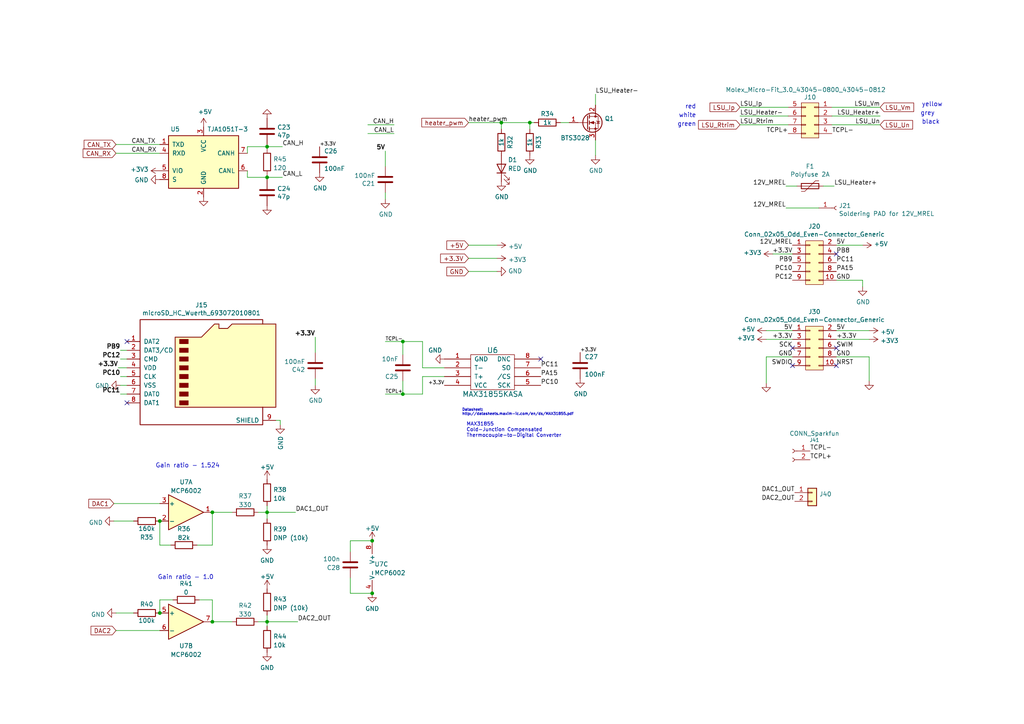
<source format=kicad_sch>
(kicad_sch (version 20211123) (generator eeschema)
  (paper "A4")
  (title_block (title "MRE addon board V2- WBO2 & EGT & SD Card") (date "2023-01-31") (rev "V2.5") (company "by JRD McLAREN") (comment 1 "STM32F072CBT6"))
  (lib_symbols
    (symbol "Amplifier_Operational:MCP6002-xMS" (pin_names (offset 0.127))
      (property "Reference" "U" (at 0 5.08 0))
      (property "Value" "MCP6002-xMS" (at 0 -5.08 0))
      (symbol "MCP6002-xMS_1_1"
        (polyline (pts (xy -5.08 5.08) (xy 5.08 0) (xy -5.08 -5.08) (xy -5.08 5.08)) (stroke (width 0.254)) (fill (type background)))
        (pin output line (at 7.62 0 180) (length 2.54) (name "~") (number "1"))
        (pin input line (at -7.62 -2.54 0) (length 2.54) (name "-") (number "2"))
        (pin input line (at -7.62 2.54 0) (length 2.54) (name "+") (number "3"))
      )
      (symbol "MCP6002-xMS_2_1"
        (polyline (pts (xy -5.08 5.08) (xy 5.08 0) (xy -5.08 -5.08) (xy -5.08 5.08)) (stroke (width 0.254)) (fill (type background)))
        (pin input line (at -7.62 2.54 0) (length 2.54) (name "+") (number "5"))
        (pin input line (at -7.62 -2.54 0) (length 2.54) (name "-") (number "6"))
        (pin output line (at 7.62 0 180) (length 2.54) (name "~") (number "7"))
      )
      (symbol "MCP6002-xMS_3_1"
        (pin power_in line (at -2.54 -7.62 90) (length 3.81) (name "V-") (number "4"))
        (pin power_in line (at -2.54 7.62 270) (length 3.81) (name "V+") (number "8"))
      )
    )
    (symbol "Connector:Conn_01x01_Female" (pin_names (offset 1.016) hide)
      (property "Reference" "J" (at 0 2.54 0))
      (property "Value" "Conn_01x01_Female" (at 0 -2.54 0))
      (symbol "Conn_01x01_Female_1_1"
        (polyline (pts (xy -1.27 0) (xy -0.508 0)) (stroke (width 0.1524)))
        (arc (start 0 0.508) (mid -0.508 0) (end 0 -0.508) (stroke (width 0.1524)))
        (pin passive line (at -5.08 0 0) (length 3.81) (name "Pin_1") (number "1"))
      )
    )
    (symbol "Connector:Conn_01x02_Female" (pin_names (offset 1.016) hide)
      (property "Reference" "J" (at 0 2.54 0))
      (property "Value" "Conn_01x02_Female" (at 0 -5.08 0))
      (symbol "Conn_01x02_Female_1_1"
        (arc (start 0 -2.032) (mid -0.508 -2.54) (end 0 -3.048) (stroke (width 0.1524)))
        (polyline (pts (xy -1.27 -2.54) (xy -0.508 -2.54)) (stroke (width 0.1524)))
        (polyline (pts (xy -1.27 0) (xy -0.508 0)) (stroke (width 0.1524)))
        (arc (start 0 0.508) (mid -0.508 0) (end 0 -0.508) (stroke (width 0.1524)))
        (pin passive line (at -5.08 0 0) (length 3.81) (name "Pin_1") (number "1"))
        (pin passive line (at -5.08 -2.54 0) (length 3.81) (name "Pin_2") (number "2"))
      )
    )
    (symbol "Connector_Generic:Conn_01x02" (pin_names (offset 1.016) hide)
      (property "Reference" "J" (at 0 2.54 0))
      (property "Value" "Conn_01x02" (at 0 -5.08 0))
      (symbol "Conn_01x02_1_1"
        (rectangle (start -1.27 -2.413) (end 0 -2.667) (stroke (width 0.1524)))
        (rectangle (start -1.27 0.127) (end 0 -0.127) (stroke (width 0.1524)))
        (rectangle (start -1.27 1.27) (end 1.27 -3.81) (stroke (width 0.254)) (fill (type background)))
        (pin passive line (at -5.08 0 0) (length 3.81) (name "Pin_1") (number "1"))
        (pin passive line (at -5.08 -2.54 0) (length 3.81) (name "Pin_2") (number "2"))
      )
    )
    (symbol "Device:C" (pin_numbers hide) (pin_names (offset 0.254))
      (property "Reference" "C" (at 0.635 2.54 0))
      (property "Value" "C" (at 0.635 -2.54 0))
      (symbol "C_0_1"
        (polyline (pts (xy -2.032 -0.762) (xy 2.032 -0.762)) (stroke (width 0.508)))
        (polyline (pts (xy -2.032 0.762) (xy 2.032 0.762)) (stroke (width 0.508)))
      )
      (symbol "C_1_1"
        (pin passive line (at 0 3.81 270) (length 2.794) (name "~") (number "1"))
        (pin passive line (at 0 -3.81 90) (length 2.794) (name "~") (number "2"))
      )
    )
    (symbol "Device:LED" (pin_numbers hide) (pin_names (offset 1.016) hide)
      (property "Reference" "D" (at 0 2.54 0))
      (property "Value" "LED" (at 0 -2.54 0))
      (symbol "LED_0_1"
        (polyline (pts (xy -1.27 -1.27) (xy -1.27 1.27)) (stroke (width 0.254)))
        (polyline (pts (xy -1.27 0) (xy 1.27 0)))
        (polyline (pts (xy 1.27 -1.27) (xy 1.27 1.27) (xy -1.27 0) (xy 1.27 -1.27)) (stroke (width 0.254)))
        (polyline (pts (xy -3.048 -0.762) (xy -4.572 -2.286) (xy -3.81 -2.286) (xy -4.572 -2.286) (xy -4.572 -1.524)))
        (polyline (pts (xy -1.778 -0.762) (xy -3.302 -2.286) (xy -2.54 -2.286) (xy -3.302 -2.286) (xy -3.302 -1.524)))
      )
      (symbol "LED_1_1"
        (pin passive line (at -3.81 0 0) (length 2.54) (name "K") (number "1"))
        (pin passive line (at 3.81 0 180) (length 2.54) (name "A") (number "2"))
      )
    )
    (symbol "Device:Polyfuse" (pin_numbers hide) (pin_names (offset 0))
      (property "Reference" "F" (at -2.54 0 90))
      (property "Value" "Polyfuse" (at 2.54 0 90))
      (symbol "Polyfuse_0_1"
        (rectangle (start -0.762 2.54) (end 0.762 -2.54) (stroke (width 0.254)))
        (polyline (pts (xy 0 2.54) (xy 0 -2.54)))
        (polyline (pts (xy -1.524 2.54) (xy -1.524 1.524) (xy 1.524 -1.524) (xy 1.524 -2.54)))
      )
      (symbol "Polyfuse_1_1"
        (pin passive line (at 0 3.81 270) (length 1.27) (name "~") (number "1"))
        (pin passive line (at 0 -3.81 90) (length 1.27) (name "~") (number "2"))
      )
    )
    (symbol "Device:Q_NMOS_GDS" (pin_names (offset 0) hide)
      (property "Reference" "Q" (at 5.08 1.27 0))
      (property "Value" "Q_NMOS_GDS" (at 5.08 -1.27 0))
      (symbol "Q_NMOS_GDS_0_1"
        (polyline (pts (xy 0.254 0) (xy -2.54 0)))
        (polyline (pts (xy 0.254 1.905) (xy 0.254 -1.905)) (stroke (width 0.254)))
        (polyline (pts (xy 0.762 -1.27) (xy 0.762 -2.286)) (stroke (width 0.254)))
        (polyline (pts (xy 0.762 0.508) (xy 0.762 -0.508)) (stroke (width 0.254)))
        (polyline (pts (xy 0.762 2.286) (xy 0.762 1.27)) (stroke (width 0.254)))
        (polyline (pts (xy 2.54 2.54) (xy 2.54 1.778)))
        (polyline (pts (xy 2.54 -2.54) (xy 2.54 0) (xy 0.762 0)))
        (polyline (pts (xy 0.762 -1.778) (xy 3.302 -1.778) (xy 3.302 1.778) (xy 0.762 1.778)))
        (polyline (pts (xy 1.016 0) (xy 2.032 0.381) (xy 2.032 -0.381) (xy 1.016 0)) (fill (type outline)))
        (polyline (pts (xy 2.794 0.508) (xy 2.921 0.381) (xy 3.683 0.381) (xy 3.81 0.254)))
        (polyline (pts (xy 3.302 0.381) (xy 2.921 -0.254) (xy 3.683 -0.254) (xy 3.302 0.381)))
        (circle (center 1.651 0) (radius 2.794) (stroke (width 0.254)))
        (circle (center 2.54 -1.778) (radius 0.254) (fill (type outline)))
        (circle (center 2.54 1.778) (radius 0.254) (fill (type outline)))
      )
      (symbol "Q_NMOS_GDS_1_1"
        (pin input line (at -5.08 0 0) (length 2.54) (name "G") (number "1"))
        (pin passive line (at 2.54 5.08 270) (length 2.54) (name "D") (number "2"))
        (pin passive line (at 2.54 -5.08 90) (length 2.54) (name "S") (number "3"))
      )
    )
    (symbol "Device:R" (pin_numbers hide) (pin_names (offset 0))
      (property "Reference" "R" (at 2.032 0 90))
      (property "Value" "R" (at 0 0 90))
      (symbol "R_0_1"
        (rectangle (start -1.016 -2.54) (end 1.016 2.54) (stroke (width 0.254)))
      )
      (symbol "R_1_1"
        (pin passive line (at 0 3.81 270) (length 1.27) (name "~") (number "1"))
        (pin passive line (at 0 -3.81 90) (length 1.27) (name "~") (number "2"))
      )
    )
    (symbol "mre_addon_v2-rescue:+3.3V-Power" (power) (pin_names (offset 0))
      (property "Value" "+3.3V-Power" (at 0 3.556 0))
      (symbol "+3.3V-Power_0_1"
        (polyline (pts (xy -0.762 1.27) (xy 0 2.54)))
        (polyline (pts (xy 0 0) (xy 0 2.54)))
        (polyline (pts (xy 0 2.54) (xy 0.762 1.27)))
      )
      (symbol "+3.3V-Power_1_1"
        (pin power_in line (at 0 0 90) (length 0) hide (name "+3V3") (number "1"))
      )
    )
    (symbol "mre_addon_v2-rescue:+5V-Power" (power) (pin_names (offset 0))
      (property "Value" "+5V-Power" (at 0 3.556 0))
      (symbol "+5V-Power_0_1"
        (polyline (pts (xy -0.762 1.27) (xy 0 2.54)))
        (polyline (pts (xy 0 0) (xy 0 2.54)))
        (polyline (pts (xy 0 2.54) (xy 0.762 1.27)))
      )
      (symbol "+5V-Power_1_1"
        (pin power_in line (at 0 0 90) (length 0) hide (name "+5V") (number "1"))
      )
    )
    (symbol "mre_addon_v2-rescue:C-Device-micro_rusEFI-rescue-wideband_controller_mre-rescue" (pin_numbers hide) (pin_names (offset 0.254))
      (property "Reference" "C" (at 0.635 2.54 0))
      (property "Value" "C-Device-micro_rusEFI-rescue-wideband_controller_mre-rescue" (at 0.635 -2.54 0))
      (symbol "C-Device-micro_rusEFI-rescue-wideband_controller_mre-rescue_0_1"
        (polyline (pts (xy -2.032 -0.762) (xy 2.032 -0.762)) (stroke (width 0.508)))
        (polyline (pts (xy -2.032 0.762) (xy 2.032 0.762)) (stroke (width 0.508)))
      )
      (symbol "C-Device-micro_rusEFI-rescue-wideband_controller_mre-rescue_1_1"
        (pin passive line (at 0 3.81 270) (length 2.794) (name "~") (number "1"))
        (pin passive line (at 0 -3.81 90) (length 2.794) (name "~") (number "2"))
      )
    )
    (symbol "mre_addon_v2-rescue:Conn_02x05_Odd_Even-Connector_Generic-wideband_controller_mre-rescue-wideband_controller_mre-rescue" (pin_names (offset 1.016) hide)
      (property "Reference" "J" (at 1.27 10.16 0))
      (property "Value" "Conn_02x05_Odd_Even-Connector_Generic-wideband_controller_mre-rescue-wideband_controller_mre-rescue" (at 1.27 -6.35 0))
      (symbol "Conn_02x05_Odd_Even-Connector_Generic-wideband_controller_mre-rescue-wideband_controller_mre-rescue_0_1"
        (polyline (pts (xy -1.27 8.89) (xy -1.27 -3.81) (xy 3.81 -3.81) (xy 3.81 8.89) (xy -1.27 8.89)) (fill (type background)))
      )
      (symbol "Conn_02x05_Odd_Even-Connector_Generic-wideband_controller_mre-rescue-wideband_controller_mre-rescue_1_1"
        (rectangle (start -1.27 -2.413) (end 0 -2.667) (stroke (width 0.1524)))
        (rectangle (start -1.27 0.127) (end 0 -0.127) (stroke (width 0.1524)))
        (rectangle (start -1.27 2.667) (end 0 2.413) (stroke (width 0.1524)))
        (rectangle (start -1.27 5.207) (end 0 4.953) (stroke (width 0.1524)))
        (rectangle (start -1.27 7.747) (end 0 7.493) (stroke (width 0.1524)))
        (rectangle (start 3.81 -2.413) (end 2.54 -2.667) (stroke (width 0.1524)))
        (rectangle (start 3.81 0.127) (end 2.54 -0.127) (stroke (width 0.1524)))
        (rectangle (start 3.81 2.667) (end 2.54 2.413) (stroke (width 0.1524)))
        (rectangle (start 3.81 5.207) (end 2.54 4.953) (stroke (width 0.1524)))
        (rectangle (start 3.81 7.747) (end 2.54 7.493) (stroke (width 0.1524)))
        (pin passive line (at -5.08 7.62 0) (length 3.81) (name "Pin_1") (number "1"))
        (pin passive line (at 7.62 -2.54 180) (length 3.81) (name "Pin_10") (number "10"))
        (pin passive line (at 7.62 7.62 180) (length 3.81) (name "Pin_2") (number "2"))
        (pin passive line (at -5.08 5.08 0) (length 3.81) (name "Pin_3") (number "3"))
        (pin passive line (at 7.62 5.08 180) (length 3.81) (name "Pin_4") (number "4"))
        (pin passive line (at -5.08 2.54 0) (length 3.81) (name "Pin_5") (number "5"))
        (pin passive line (at 7.62 2.54 180) (length 3.81) (name "Pin_6") (number "6"))
        (pin passive line (at -5.08 0 0) (length 3.81) (name "Pin_7") (number "7"))
        (pin passive line (at 7.62 0 180) (length 3.81) (name "Pin_8") (number "8"))
        (pin passive line (at -5.08 -2.54 0) (length 3.81) (name "Pin_9") (number "9"))
      )
    )
    (symbol "mre_addon_v2-rescue:Conn_Molex_02x04-wideband_controller_mre-rescue-wideband_controller_mre-rescue" (pin_names (offset 1.016) hide)
      (property "Reference" "J" (at 1.27 12.7 0))
      (property "Value" "Conn_Molex_02x04-wideband_controller_mre-rescue-wideband_controller_mre-rescue" (at 0 -1.27 0))
      (symbol "Conn_Molex_02x04-wideband_controller_mre-rescue-wideband_controller_mre-rescue_0_1"
        (rectangle (start -1.27 11.43) (end 3.81 1.27) (fill (type background)))
      )
      (symbol "Conn_Molex_02x04-wideband_controller_mre-rescue-wideband_controller_mre-rescue_1_1"
        (rectangle (start -1.27 2.667) (end 0 2.413) (stroke (width 0.1524)))
        (rectangle (start -1.27 5.207) (end 0 4.953) (stroke (width 0.1524)))
        (rectangle (start -1.27 7.747) (end 0 7.493) (stroke (width 0.1524)))
        (rectangle (start -1.27 10.287) (end 0 10.033) (stroke (width 0.1524)))
        (rectangle (start 3.81 2.667) (end 2.54 2.413) (stroke (width 0.1524)))
        (rectangle (start 3.81 5.207) (end 2.54 4.953) (stroke (width 0.1524)))
        (rectangle (start 3.81 7.747) (end 2.54 7.493) (stroke (width 0.1524)))
        (rectangle (start 3.81 10.287) (end 2.54 10.033) (stroke (width 0.1524)))
        (pin passive line (at 7.62 10.16 180) (length 3.81) (name "Pin_1") (number "1"))
        (pin passive line (at 7.62 7.62 180) (length 3.81) (name "Pin_2") (number "2"))
        (pin passive line (at 7.62 5.08 180) (length 3.81) (name "Pin_3") (number "3"))
        (pin passive line (at 7.62 2.54 180) (length 3.81) (name "Pin_4") (number "4"))
        (pin passive line (at -5.08 10.16 0) (length 3.81) (name "Pin_5") (number "5"))
        (pin passive line (at -5.08 7.62 0) (length 3.81) (name "Pin_6") (number "6"))
        (pin passive line (at -5.08 5.08 0) (length 3.81) (name "Pin_7") (number "7"))
        (pin passive line (at -5.08 2.54 0) (length 3.81) (name "Pin_8") (number "8"))
      )
    )
    (symbol "mre_addon_v2-rescue:GND-Power" (power) (pin_names (offset 0))
      (property "Value" "GND-Power" (at 0 -3.81 0))
      (symbol "GND-Power_0_1"
        (polyline (pts (xy 0 0) (xy 0 -1.27) (xy 1.27 -1.27) (xy 0 -2.54) (xy -1.27 -1.27) (xy 0 -1.27)))
      )
      (symbol "GND-Power_1_1"
        (pin power_in line (at 0 0 270) (length 0) hide (name "GND") (number "1"))
      )
    )
    (symbol "mre_addon_v2-rescue:GND-power-can_conn_mre_wbo2-rescue-wideband_controller_mre-rescue" (power) (pin_names (offset 0))
      (property "Value" "GND-power-can_conn_mre_wbo2-rescue-wideband_controller_mre-rescue" (at 0 -3.81 0))
      (symbol "GND-power-can_conn_mre_wbo2-rescue-wideband_controller_mre-rescue_0_1"
        (polyline (pts (xy 0 0) (xy 0 -1.27) (xy 1.27 -1.27) (xy 0 -2.54) (xy -1.27 -1.27) (xy 0 -1.27)))
      )
      (symbol "GND-power-can_conn_mre_wbo2-rescue-wideband_controller_mre-rescue_1_1"
        (pin power_in line (at 0 0 270) (length 0) hide (name "GND") (number "1"))
      )
    )
    (symbol "mre_addon_v2-rescue:GND-power-micro_rusEFI-rescue-wideband_controller_mre-rescue" (power) (pin_names (offset 0))
      (property "Value" "GND-power-micro_rusEFI-rescue-wideband_controller_mre-rescue" (at 0 -3.81 0))
      (symbol "GND-power-micro_rusEFI-rescue-wideband_controller_mre-rescue_0_1"
        (polyline (pts (xy 0 0) (xy 0 -1.27) (xy 1.27 -1.27) (xy 0 -2.54) (xy -1.27 -1.27) (xy 0 -1.27)))
      )
      (symbol "GND-power-micro_rusEFI-rescue-wideband_controller_mre-rescue_1_1"
        (pin power_in line (at 0 0 270) (length 0) hide (name "GND") (number "1"))
      )
    )
    (symbol "mre_addon_v2-rescue:GND-power-proteus-rescue-micro_rusEFI-rescue-wideband_controller_mre-rescue" (power) (pin_names (offset 0))
      (property "Value" "GND-power-proteus-rescue-micro_rusEFI-rescue-wideband_controller_mre-rescue" (at 0 -3.81 0))
      (symbol "GND-power-proteus-rescue-micro_rusEFI-rescue-wideband_controller_mre-rescue_0_1"
        (polyline (pts (xy 0 0) (xy 0 -1.27) (xy 1.27 -1.27) (xy 0 -2.54) (xy -1.27 -1.27) (xy 0 -1.27)))
      )
      (symbol "GND-power-proteus-rescue-micro_rusEFI-rescue-wideband_controller_mre-rescue_1_1"
        (pin power_in line (at 0 0 270) (length 0) hide (name "GND") (number "1"))
      )
    )
    (symbol "mre_addon_v2-rescue:GND-power-wideband_controller_mre-rescue-wideband_controller_mre-rescue" (power) (pin_names (offset 0))
      (property "Value" "GND-power-wideband_controller_mre-rescue-wideband_controller_mre-rescue" (at 0 -3.81 0))
      (symbol "GND-power-wideband_controller_mre-rescue-wideband_controller_mre-rescue_0_1"
        (polyline (pts (xy 0 0) (xy 0 -1.27) (xy 1.27 -1.27) (xy 0 -2.54) (xy -1.27 -1.27) (xy 0 -1.27)))
      )
      (symbol "GND-power-wideband_controller_mre-rescue-wideband_controller_mre-rescue_1_1"
        (pin power_in line (at 0 0 270) (length 0) hide (name "GND") (number "1"))
      )
    )
    (symbol "mre_addon_v2-rescue:MAX31855-MAX31855KASA" (pin_names (offset 1.016))
      (property "Reference" "U" (at 0 6.35 0))
      (property "Value" "MAX31855-MAX31855KASA" (at 0 -7.62 0))
      (symbol "MAX31855-MAX31855KASA_0_1"
        (rectangle (start 6.35 5.08) (end -6.35 -5.08))
      )
      (symbol "MAX31855-MAX31855KASA_1_1"
        (pin passive line (at -13.97 3.81 0) (length 7.62) (name "GND") (number "1"))
        (pin bidirectional line (at -13.97 1.27 0) (length 7.62) (name "T-") (number "2"))
        (pin bidirectional line (at -13.97 -1.27 0) (length 7.62) (name "T+") (number "3"))
        (pin passive line (at -13.97 -3.81 0) (length 7.62) (name "VCC") (number "4"))
        (pin bidirectional line (at 13.97 -3.81 180) (length 7.62) (name "SCK") (number "5"))
        (pin bidirectional line (at 13.97 -1.27 180) (length 7.62) (name "/CS") (number "6"))
        (pin bidirectional line (at 13.97 1.27 180) (length 7.62) (name "SO") (number "7"))
        (pin bidirectional line (at 13.97 3.81 180) (length 7.62) (name "DNC") (number "8"))
      )
    )
    (symbol "mre_addon_v2-rescue:Micro_SD_Card-Connector-proteus-rescue-micro_rusEFI-rescue-wideband_controller_mre-rescue" (pin_names (offset 1.016))
      (property "Reference" "J" (at -16.51 15.24 0))
      (property "Value" "Micro_SD_Card-Connector-proteus-rescue-micro_rusEFI-rescue-wideband_controller_mre-rescue" (at 16.51 15.24 0))
      (symbol "Micro_SD_Card-Connector-proteus-rescue-micro_rusEFI-rescue-wideband_controller_mre-rescue_0_1"
        (rectangle (start -7.62 -9.525) (end -5.08 -10.795) (fill (type outline)))
        (rectangle (start -7.62 -6.985) (end -5.08 -8.255) (fill (type outline)))
        (rectangle (start -7.62 -4.445) (end -5.08 -5.715) (fill (type outline)))
        (rectangle (start -7.62 -1.905) (end -5.08 -3.175) (fill (type outline)))
        (rectangle (start -7.62 0.635) (end -5.08 -0.635) (fill (type outline)))
        (rectangle (start -7.62 3.175) (end -5.08 1.905) (fill (type outline)))
        (rectangle (start -7.62 5.715) (end -5.08 4.445) (fill (type outline)))
        (rectangle (start -7.62 8.255) (end -5.08 6.985) (fill (type outline)))
        (polyline (pts (xy 16.51 12.7) (xy 16.51 13.97) (xy -19.05 13.97) (xy -19.05 -16.51) (xy 16.51 -16.51) (xy 16.51 -11.43)) (stroke (width 0.254)))
        (polyline (pts (xy -8.89 -11.43) (xy -8.89 8.89) (xy -1.27 8.89) (xy 2.54 12.7) (xy 3.81 12.7) (xy 3.81 11.43) (xy 6.35 11.43) (xy 7.62 12.7) (xy 20.32 12.7) (xy 20.32 -11.43) (xy -8.89 -11.43)) (stroke (width 0.254)) (fill (type background)))
      )
      (symbol "Micro_SD_Card-Connector-proteus-rescue-micro_rusEFI-rescue-wideband_controller_mre-rescue_1_1"
        (pin bidirectional line (at -22.86 7.62 0) (length 3.81) (name "DAT2") (number "1"))
        (pin bidirectional line (at -22.86 5.08 0) (length 3.81) (name "DAT3/CD") (number "2"))
        (pin input line (at -22.86 2.54 0) (length 3.81) (name "CMD") (number "3"))
        (pin power_in line (at -22.86 0 0) (length 3.81) (name "VDD") (number "4"))
        (pin input line (at -22.86 -2.54 0) (length 3.81) (name "CLK") (number "5"))
        (pin power_in line (at -22.86 -5.08 0) (length 3.81) (name "VSS") (number "6"))
        (pin bidirectional line (at -22.86 -7.62 0) (length 3.81) (name "DAT0") (number "7"))
        (pin bidirectional line (at -22.86 -10.16 0) (length 3.81) (name "DAT1") (number "8"))
        (pin passive line (at 20.32 -15.24 180) (length 3.81) (name "SHIELD") (number "9"))
      )
    )
    (symbol "mre_addon_v2-rescue:TJA1051T-3-Interface_CAN_LIN-can_conn_mre_wbo2-rescue-wideband_controller_mre-rescue" (pin_names (offset 1.016))
      (property "Reference" "U" (at -10.16 8.89 0))
      (property "Value" "TJA1051T-3-Interface_CAN_LIN-can_conn_mre_wbo2-rescue-wideband_controller_mre-rescue" (at 1.27 8.89 0))
      (symbol "TJA1051T-3-Interface_CAN_LIN-can_conn_mre_wbo2-rescue-wideband_controller_mre-rescue_0_1"
        (rectangle (start -10.16 7.62) (end 10.16 -7.62) (stroke (width 0.254)) (fill (type background)))
      )
      (symbol "TJA1051T-3-Interface_CAN_LIN-can_conn_mre_wbo2-rescue-wideband_controller_mre-rescue_1_1"
        (pin input line (at -12.7 5.08 0) (length 2.54) (name "TXD") (number "1"))
        (pin power_in line (at 0 -10.16 90) (length 2.54) (name "GND") (number "2"))
        (pin power_in line (at 0 10.16 270) (length 2.54) (name "VCC") (number "3"))
        (pin output line (at -12.7 2.54 0) (length 2.54) (name "RXD") (number "4"))
        (pin power_in line (at -12.7 -2.54 0) (length 2.54) (name "VIO") (number "5"))
        (pin bidirectional line (at 12.7 -2.54 180) (length 2.54) (name "CANL") (number "6"))
        (pin bidirectional line (at 12.7 2.54 180) (length 2.54) (name "CANH") (number "7"))
        (pin input line (at -12.7 -5.08 0) (length 2.54) (name "S") (number "8"))
      )
    )
    (symbol "power:+5V" (power) (pin_names (offset 0))
      (property "Value" "+5V" (at 0 3.556 0))
      (symbol "+5V_0_1"
        (polyline (pts (xy -0.762 1.27) (xy 0 2.54)))
        (polyline (pts (xy 0 0) (xy 0 2.54)))
        (polyline (pts (xy 0 2.54) (xy 0.762 1.27)))
      )
      (symbol "+5V_1_1"
        (pin power_in line (at 0 0 90) (length 0) hide (name "+5V") (number "1"))
      )
    )
    (symbol "power:GND" (power) (pin_names (offset 0))
      (property "Value" "GND" (at 0 -3.81 0))
      (symbol "GND_0_1"
        (polyline (pts (xy 0 0) (xy 0 -1.27) (xy 1.27 -1.27) (xy 0 -2.54) (xy -1.27 -1.27) (xy 0 -1.27)))
      )
      (symbol "GND_1_1"
        (pin power_in line (at 0 0 270) (length 0) hide (name "GND") (number "1"))
      )
    )
  )
  (junction (at 116.84 114.3))
  (junction (at 46.355 177.8))
  (junction (at 107.95 156.845))
  (junction (at 77.47 180.34))
  (junction (at 107.95 172.085))
  (junction (at 77.47 42.545))
  (junction (at 153.67 35.56))
  (junction (at 46.355 151.13))
  (junction (at 61.595 180.34))
  (junction (at 116.84 99.06))
  (junction (at 145.415 35.56))
  (junction (at 77.47 51.435))
  (junction (at 61.595 148.59))
  (junction (at 77.47 148.59))
  (no_connect (at 156.845 104.14))
  (no_connect (at 242.57 73.66))
  (no_connect (at 229.87 106.045))
  (no_connect (at 242.57 100.965))
  (no_connect (at 229.87 100.965))
  (no_connect (at 36.83 116.84))
  (no_connect (at 36.83 99.06))
  (no_connect (at 242.57 106.045))
  (wire (pts (xy 46.355 173.99) (xy 50.165 173.99)))
  (wire (pts (xy 111.76 114.3) (xy 116.84 114.3)))
  (wire (pts (xy 241.3 36.195) (xy 255.27 36.195)))
  (wire (pts (xy 71.755 42.545) (xy 77.47 42.545)))
  (wire (pts (xy 145.415 37.465) (xy 145.415 35.56)))
  (wire (pts (xy 34.925 109.22) (xy 36.83 109.22)))
  (wire (pts (xy 81.28 121.92) (xy 80.01 121.92)))
  (wire (pts (xy 172.72 40.64) (xy 172.72 45.085)))
  (wire (pts (xy 77.47 146.685) (xy 77.47 148.59)))
  (wire (pts (xy 77.47 148.59) (xy 85.725 148.59)))
  (wire (pts (xy 81.28 123.19) (xy 81.28 121.92)))
  (wire (pts (xy 91.44 97.79) (xy 91.44 102.235)))
  (wire (pts (xy 46.355 158.115) (xy 49.53 158.115)))
  (wire (pts (xy 172.72 30.48) (xy 172.72 27.305)))
  (wire (pts (xy 71.755 51.435) (xy 77.47 51.435)))
  (wire (pts (xy 214.63 33.655) (xy 228.6 33.655)))
  (wire (pts (xy 238.76 53.975) (xy 241.935 53.975)))
  (wire (pts (xy 116.84 110.49) (xy 116.84 114.3)))
  (wire (pts (xy 38.735 151.13) (xy 33.02 151.13)))
  (wire (pts (xy 74.93 180.34) (xy 77.47 180.34)))
  (wire (pts (xy 228.6 36.195) (xy 214.63 36.195)))
  (wire (pts (xy 74.93 148.59) (xy 77.47 148.59)))
  (wire (pts (xy 46.355 173.99) (xy 46.355 177.8)))
  (wire (pts (xy 101.6 156.845) (xy 107.95 156.845)))
  (wire (pts (xy 67.31 180.34) (xy 61.595 180.34)))
  (wire (pts (xy 241.3 31.115) (xy 255.27 31.115)))
  (wire (pts (xy 71.755 49.53) (xy 71.755 51.435)))
  (wire (pts (xy 111.76 43.815) (xy 111.76 48.26)))
  (wire (pts (xy 122.555 99.06) (xy 122.555 106.68)))
  (wire (pts (xy 252.095 103.505) (xy 252.095 110.49)))
  (wire (pts (xy 227.965 53.975) (xy 231.14 53.975)))
  (wire (pts (xy 116.84 102.87) (xy 116.84 99.06)))
  (wire (pts (xy 33.655 177.8) (xy 38.735 177.8)))
  (wire (pts (xy 114.3 36.195) (xy 106.68 36.195)))
  (wire (pts (xy 77.47 180.34) (xy 86.36 180.34)))
  (wire (pts (xy 91.44 111.76) (xy 91.44 109.855)))
  (wire (pts (xy 101.6 167.64) (xy 101.6 172.085)))
  (wire (pts (xy 34.29 106.68) (xy 36.83 106.68)))
  (wire (pts (xy 222.25 98.425) (xy 229.87 98.425)))
  (wire (pts (xy 122.555 106.68) (xy 128.905 106.68)))
  (wire (pts (xy 250.19 81.28) (xy 242.57 81.28)))
  (wire (pts (xy 135.89 78.74) (xy 144.145 78.74)))
  (wire (pts (xy 61.595 158.115) (xy 61.595 148.59)))
  (wire (pts (xy 135.89 74.93) (xy 144.145 74.93)))
  (wire (pts (xy 34.925 104.14) (xy 36.83 104.14)))
  (wire (pts (xy 154.94 35.56) (xy 153.67 35.56)))
  (wire (pts (xy 242.57 103.505) (xy 252.095 103.505)))
  (wire (pts (xy 227.965 60.325) (xy 237.49 60.325)))
  (wire (pts (xy 214.63 31.115) (xy 228.6 31.115)))
  (wire (pts (xy 153.67 35.56) (xy 153.67 37.465)))
  (wire (pts (xy 77.47 51.435) (xy 81.915 51.435)))
  (wire (pts (xy 111.76 57.785) (xy 111.76 55.88)))
  (wire (pts (xy 101.6 160.02) (xy 101.6 156.845)))
  (wire (pts (xy 33.655 182.88) (xy 46.355 182.88)))
  (wire (pts (xy 222.25 103.505) (xy 229.87 103.505)))
  (wire (pts (xy 46.355 151.13) (xy 46.355 158.115)))
  (wire (pts (xy 242.57 95.885) (xy 252.095 95.885)))
  (wire (pts (xy 116.84 99.06) (xy 122.555 99.06)))
  (wire (pts (xy 33.02 146.05) (xy 46.355 146.05)))
  (wire (pts (xy 71.755 44.45) (xy 71.755 42.545)))
  (wire (pts (xy 145.415 35.56) (xy 153.67 35.56)))
  (wire (pts (xy 116.84 99.06) (xy 111.76 99.06)))
  (wire (pts (xy 222.25 111.125) (xy 222.25 103.505)))
  (wire (pts (xy 122.555 109.22) (xy 128.905 109.22)))
  (wire (pts (xy 135.89 71.12) (xy 144.145 71.12)))
  (wire (pts (xy 135.89 35.56) (xy 145.415 35.56)))
  (wire (pts (xy 77.47 51.435) (xy 77.47 52.07)))
  (wire (pts (xy 33.655 44.45) (xy 46.355 44.45)))
  (wire (pts (xy 33.655 41.91) (xy 46.355 41.91)))
  (wire (pts (xy 77.47 178.435) (xy 77.47 180.34)))
  (wire (pts (xy 114.3 38.735) (xy 106.68 38.735)))
  (wire (pts (xy 36.83 114.3) (xy 34.925 114.3)))
  (wire (pts (xy 34.925 101.6) (xy 36.83 101.6)))
  (wire (pts (xy 77.47 41.91) (xy 77.47 42.545)))
  (wire (pts (xy 77.47 148.59) (xy 77.47 150.495)))
  (wire (pts (xy 242.57 98.425) (xy 252.095 98.425)))
  (wire (pts (xy 77.47 42.545) (xy 81.915 42.545)))
  (wire (pts (xy 77.47 180.34) (xy 77.47 181.61)))
  (wire (pts (xy 165.1 35.56) (xy 162.56 35.56)))
  (wire (pts (xy 67.31 148.59) (xy 61.595 148.59)))
  (wire (pts (xy 101.6 172.085) (xy 107.95 172.085)))
  (wire (pts (xy 77.47 42.545) (xy 77.47 43.18)))
  (wire (pts (xy 57.785 173.99) (xy 61.595 173.99)))
  (wire (pts (xy 57.15 158.115) (xy 61.595 158.115)))
  (wire (pts (xy 77.47 50.8) (xy 77.47 51.435)))
  (wire (pts (xy 241.3 33.655) (xy 255.27 33.655)))
  (wire (pts (xy 222.25 95.885) (xy 229.87 95.885)))
  (wire (pts (xy 250.19 83.185) (xy 250.19 81.28)))
  (wire (pts (xy 122.555 114.3) (xy 122.555 109.22)))
  (wire (pts (xy 34.925 111.76) (xy 36.83 111.76)))
  (wire (pts (xy 116.84 114.3) (xy 122.555 114.3)))
  (wire (pts (xy 61.595 173.99) (xy 61.595 180.34)))
  (wire (pts (xy 250.19 71.12) (xy 242.57 71.12)))
  (wire (pts (xy 229.87 73.66) (xy 224.155 73.66)))
  (text "MAX31855\nCold-Junction Compensated\nThermocouple-to-Digital Converter" (at 135.255 127 0) (effects (font (size 1.016 1.016)) (justify left bottom)))
  (text "white" (at 201.93 34.29 180) (effects (font (size 1.27 1.27)) (justify right bottom)))
  (text "Gain ratio - 1.524" (at 45.085 135.89 0) (effects (font (size 1.27 1.27)) (justify left bottom)))
  (text "Gain ratio - 1.0" (at 45.72 168.275 0) (effects (font (size 1.27 1.27)) (justify left bottom)))
  (text "green" (at 201.93 36.83 180) (effects (font (size 1.27 1.27)) (justify right bottom)))
  (text "grey" (at 271.145 33.655 180) (effects (font (size 1.27 1.27)) (justify right bottom)))
  (text "red" (at 201.93 31.75 180) (effects (font (size 1.27 1.27)) (justify right bottom)))
  (text "black" (at 267.335 36.195 0) (effects (font (size 1.27 1.27)) (justify left bottom)))
  (text "Datasheet:\nhttp://datasheets.maxim-ic.com/en/ds/MAX31855.pdf" (at 133.985 120.65 0) (effects (font (size 0.762 0.762)) (justify left bottom)))
  (text "yellow" (at 267.335 31.115 0) (effects (font (size 1.27 1.27)) (justify left bottom)))
  (label "5V" (at 111.76 43.815 180) (effects (font (thickness 0.254) bold)))
  (label "CAN_TX" (at 38.1 41.91 0))
  (label "NRST" (at 242.57 106.045 0))
  (label "LSU_Heater+" (at 255.27 33.655 180))
  (label "DAC1_OUT" (at 230.505 142.875 180))
  (label "12V_MREL" (at 227.965 53.975 180))
  (label "CAN_H" (at 114.3 36.195 180))
  (label "TCPL+" (at 116.84 114.3 180) (effects (font (size 1.016 1.016))))
  (label "PC10" (at 34.925 109.22 180) (effects (font (thickness 0.254) bold)))
  (label "GND" (at 242.57 81.28 0))
  (label "GND" (at 242.57 103.505 0))
  (label "PC11" (at 34.925 114.3 180) (effects (font (thickness 0.254) bold)))
  (label "heater_pwm" (at 135.89 35.56 0))
  (label "LSU_Heater-" (at 214.63 33.655 0))
  (label "LSU_Rtrim" (at 214.63 36.195 0))
  (label "+3.3V" (at 92.71 42.545 0) (effects (font (size 1.016 1.016))))
  (label "PC10" (at 156.845 111.76 0))
  (label "PC12" (at 34.925 104.14 180) (effects (font (thickness 0.254) bold)))
  (label "TCPL-" (at 116.84 99.06 180) (effects (font (size 1.016 1.016))))
  (label "SCK" (at 229.87 100.965 180))
  (label "PB8" (at 242.57 73.66 0))
  (label "+3.3V" (at 128.905 111.76 180) (effects (font (size 1.016 1.016))))
  (label "DAC2_OUT" (at 230.505 145.415 180))
  (label "CAN_RX" (at 38.1 44.45 0))
  (label "SWDIO" (at 229.87 106.045 180))
  (label "+3.3V" (at 242.57 98.425 0))
  (label "PB9" (at 34.925 101.6 180) (effects (font (thickness 0.254) bold)))
  (label "PB9" (at 229.87 76.2 180))
  (label "+3.3V" (at 91.44 97.79 180) (effects (font (thickness 0.254) bold)))
  (label "CAN_L" (at 81.915 51.435 0))
  (label "LSU_Heater+" (at 241.935 53.975 0))
  (label "LSU_Ip" (at 214.63 31.115 0))
  (label "12V_MREL" (at 229.87 71.12 180))
  (label "LSU_Heater-" (at 172.72 27.305 0))
  (label "+3.3V" (at 168.275 102.235 0) (effects (font (size 1.016 1.016))))
  (label "CAN_L" (at 114.3 38.735 180))
  (label "PC11" (at 242.57 76.2 0))
  (label "PC11" (at 156.845 106.68 0))
  (label "5V" (at 242.57 95.885 0))
  (label "TCPL+" (at 228.6 38.735 180))
  (label "+3.3V" (at 34.29 106.68 180) (effects (font (thickness 0.254) bold)))
  (label "TCPL+" (at 234.95 133.35 0))
  (label "TCPL-" (at 234.95 130.81 0))
  (label "LSU_Un" (at 255.27 36.195 180))
  (label "12V_MREL" (at 227.965 60.325 180))
  (label "+3.3V" (at 229.87 73.66 180))
  (label "PA15" (at 242.57 78.74 0))
  (label "PC12" (at 229.87 81.28 180))
  (label "TCPL-" (at 241.3 38.735 0))
  (label "DAC2_OUT" (at 86.36 180.34 0))
  (label "PA15" (at 156.845 109.22 0))
  (label "CAN_H" (at 81.915 42.545 0))
  (label "GND" (at 229.87 103.505 180))
  (label "PC10" (at 229.87 78.74 180))
  (label "LSU_Vm" (at 255.27 31.115 180))
  (label "DAC1_OUT" (at 85.725 148.59 0))
  (label "5V" (at 242.57 71.12 0))
  (label "SWIM" (at 242.57 100.965 0))
  (label "5V" (at 229.87 95.885 180))
  (label "+3.3V" (at 229.87 98.425 180))
  (global_label "CAN_TX" (shape input) (at 33.655 41.91 180) (property "Medzirezortné odkazy" "${INTERSHEET_REFS}" (effects hide)))
  (global_label "LSU_Vm" (shape input) (at 255.27 31.115 0) (property "Medzirezortné odkazy" "${INTERSHEET_REFS}" (effects hide)))
  (global_label "+5V" (shape input) (at 135.89 71.12 180) (property "Medzirezortné odkazy" "${INTERSHEET_REFS}" (effects hide)))
  (global_label "DAC1" (shape input) (at 33.02 146.05 180) (property "Medzirezortné odkazy" "${INTERSHEET_REFS}" (effects hide)))
  (global_label "GND" (shape input) (at 135.89 78.74 180) (property "Medzirezortné odkazy" "${INTERSHEET_REFS}" (effects hide)))
  (global_label "heater_pwm" (shape input) (at 135.89 35.56 180) (property "Medzirezortné odkazy" "${INTERSHEET_REFS}" (effects hide)))
  (global_label "LSU_Rtrim" (shape input) (at 214.63 36.195 180) (property "Medzirezortné odkazy" "${INTERSHEET_REFS}" (effects hide)))
  (global_label "CAN_RX" (shape input) (at 33.655 44.45 180) (property "Medzirezortné odkazy" "${INTERSHEET_REFS}" (effects hide)))
  (global_label "DAC2" (shape input) (at 33.655 182.88 180) (property "Medzirezortné odkazy" "${INTERSHEET_REFS}" (effects hide)))
  (global_label "LSU_Un" (shape input) (at 255.27 36.195 0) (property "Medzirezortné odkazy" "${INTERSHEET_REFS}" (effects hide)))
  (global_label "LSU_Ip" (shape input) (at 214.63 31.115 180) (property "Medzirezortné odkazy" "${INTERSHEET_REFS}" (effects hide)))
  (global_label "+3.3V" (shape input) (at 135.89 74.93 180) (property "Medzirezortné odkazy" "${INTERSHEET_REFS}" (effects hide)))
  (symbol (lib_id "mre_addon_v2-rescue:MAX31855-MAX31855KASA") (at 142.875 107.95 0) (unit 1)
    (property "Reference" "U6" (at 142.875 101.6 0) (effects (font (size 1.524 1.524))))
    (property "Value" "MAX31855KASA" (at 142.875 114.3 0) (effects (font (size 1.524 1.524))))
    (property "Footprint" "Package_SO:SOIC-8_3.9x4.9mm_P1.27mm" (effects hide))
    (property "MFG,MFG#" "DALLAS SEMI,MAX31855KASA+	" (effects hide))
    (property "VEND1,VEND1#" "DIGI,MAX31855KASA+-ND" (effects hide))
  )
  (symbol (lib_id "Device:C") (at 92.71 46.355 0) (unit 1)
    (property "Reference" "C26" (at 93.98 43.815 0) (effects (justify left)))
    (property "Value" "100nF" (at 93.98 48.895 0) (effects (justify left)))
    (property "Footprint" "Capacitor_SMD:C_0603_1608Metric" (effects hide))
    (property "MFG,MFG#" "AVX,08055C104KAT2A" (effects hide))
    (property "VEND1,VEND1#" "DIGI,478-1395-1-ND" (effects hide))
  )
  (symbol (lib_id "Device:C") (at 116.84 106.68 180) (unit 1)
    (property "Reference" "C25" (at 115.57 109.22 0) (effects (justify left)))
    (property "Value" "10nF" (at 115.57 104.14 0) (effects (justify left)))
    (property "Footprint" "Capacitor_SMD:C_0603_1608Metric" (effects hide))
    (property "MFG,MFG#" "AVX,08051C103JAT2A" (effects hide))
    (property "VEND1,VEND1#" "DIGI,478-3745-6-ND" (effects hide))
  )
  (symbol (lib_id "Connector:Conn_01x02_Female") (at 229.87 130.81 0) (mirror y) (unit 1)
    (property "Reference" "J41" (at 236.22 127.635 0) (effects (font (size 1.016 1.016))))
    (property "Value" "CONN_Sparkfun" (at 236.22 125.73 0) (effects (font (size 1.2446 1.2446))))
    (property "Footprint" "rusefi_lib:tcpl_PCC-SMP" (effects hide))
    (property "MFG,MFG#" "Sparkfun PRT-13612 " (effects hide))
    (property "VEND1,VEND1#" "DIGI,1471-1067-ND" (effects hide))
  )
  (symbol (lib_id "mre_addon_v2-rescue:GND-power-micro_rusEFI-rescue-wideband_controller_mre-rescue") (at 91.44 111.76 0) (unit 1)
    (property "Reference" "#PWR0137" (effects hide))
    (property "Value" "GND" (at 91.567 116.1542 0))
  )
  (symbol (lib_id "mre_addon_v2-rescue:Micro_SD_Card-Connector-proteus-rescue-micro_rusEFI-rescue-wideband_controller_mre-rescue") (at 59.69 106.68 0) (unit 1)
    (property "Reference" "J15" (at 58.42 88.4682 0))
    (property "Value" "microSD_HC_Wuerth_693072010801" (at 58.42 90.7796 0))
    (property "Footprint" "Connector_Card:microSD_HC_Wuerth_693072010801" (effects hide))
    (property "Datasheet" "http://katalog.we-online.de/em/datasheet/693072010801.pdf" (effects hide))
    (property "LCSC" "N/A" (effects hide))
    (property "PN" "47219-2001" (effects hide))
  )
  (symbol (lib_id "mre_addon_v2-rescue:GND-power-can_conn_mre_wbo2-rescue-wideband_controller_mre-rescue") (at 59.055 57.15 0) (unit 1)
    (property "Reference" "#PWR0176" (effects hide))
    (property "Value" "GND-power" (effects hide))
  )
  (symbol (lib_id "mre_addon_v2-rescue:TJA1051T-3-Interface_CAN_LIN-can_conn_mre_wbo2-rescue-wideband_controller_mre-rescue") (at 59.055 46.99 0) (unit 1)
    (property "Reference" "U5" (at 50.8 37.465 0))
    (property "Value" "TJA1051T-3" (at 66.04 37.465 0))
    (property "Footprint" "Package_SO:SOIC-8_3.9x4.9mm_P1.27mm" (effects hide))
    (property "Datasheet" "http://www.nxp.com/documents/data_sheet/TJA1051.pdf" (effects hide))
    (property "LCSC" "C38695" (effects hide))
  )
  (symbol (lib_id "mre_addon_v2-rescue:+5V-Power") (at 59.055 36.83 0) (unit 1)
    (property "Reference" "#PWR0106" (effects hide))
    (property "Value" "+5V" (at 59.436 32.4358 0))
  )
  (symbol (lib_id "mre_addon_v2-rescue:GND-power-can_conn_mre_wbo2-rescue-wideband_controller_mre-rescue") (at 46.355 52.07 270) (unit 1)
    (property "Reference" "#PWR0107" (effects hide))
    (property "Value" "GND" (at 43.1038 52.197 90) (effects (justify right)))
  )
  (symbol (lib_id "Device:C") (at 77.47 38.1 0) (unit 1)
    (property "Reference" "C23" (at 80.391 36.9316 0) (effects (justify left)))
    (property "Value" "47p" (at 80.391 39.243 0) (effects (justify left)))
    (property "Footprint" "Capacitor_SMD:C_0603_1608Metric" (effects hide))
    (property "LCSC" "C1567" (effects hide))
  )
  (symbol (lib_id "Device:C") (at 77.47 55.88 0) (unit 1)
    (property "Reference" "C24" (at 80.391 54.7116 0) (effects (justify left)))
    (property "Value" "47p" (at 80.391 57.023 0) (effects (justify left)))
    (property "Footprint" "Capacitor_SMD:C_0603_1608Metric" (effects hide))
    (property "LCSC" "C1567" (effects hide))
  )
  (symbol (lib_id "mre_addon_v2-rescue:GND-power-can_conn_mre_wbo2-rescue-wideband_controller_mre-rescue") (at 77.47 59.69 0) (unit 1)
    (property "Reference" "#PWR0114" (effects hide))
    (property "Value" "GND-power" (effects hide))
  )
  (symbol (lib_id "mre_addon_v2-rescue:GND-power-can_conn_mre_wbo2-rescue-wideband_controller_mre-rescue") (at 77.47 34.29 180) (unit 1)
    (property "Reference" "#PWR0116" (effects hide))
    (property "Value" "GND" (effects hide))
  )
  (symbol (lib_id "mre_addon_v2-rescue:C-Device-micro_rusEFI-rescue-wideband_controller_mre-rescue") (at 91.44 106.045 180) (unit 1)
    (property "Reference" "C42" (at 88.519 107.2134 0) (effects (justify left)))
    (property "Value" "100nF" (at 88.519 104.902 0) (effects (justify left)))
    (property "Footprint" "Capacitor_SMD:C_0603_1608Metric" (effects hide))
    (property "Part #" "C0603C104J5RACTU" (effects hide))
    (property "VEND" "DIGI" (effects hide))
    (property "VEND#" "399-7844-1-ND" (effects hide))
    (property "Manufacturer" "KEMET" (effects hide))
    (property "LCSC" "C14663" (effects hide))
  )
  (symbol (lib_id "mre_addon_v2-rescue:GND-power-proteus-rescue-micro_rusEFI-rescue-wideband_controller_mre-rescue") (at 81.28 123.19 0) (unit 1)
    (property "Reference" "#PWR0141" (effects hide))
    (property "Value" "GND" (at 81.407 126.4412 90) (effects (justify right)))
  )
  (symbol (lib_id "mre_addon_v2-rescue:GND-power-proteus-rescue-micro_rusEFI-rescue-wideband_controller_mre-rescue") (at 34.925 111.76 270) (unit 1)
    (property "Reference" "#PWR0162" (effects hide))
    (property "Value" "GND" (at 31.6738 111.887 90) (effects (justify right)))
  )
  (symbol (lib_id "mre_addon_v2-rescue:Conn_Molex_02x04-wideband_controller_mre-rescue-wideband_controller_mre-rescue") (at 233.68 41.275 0) (unit 1)
    (property "Reference" "J10" (at 234.95 28.194 0))
    (property "Value" "Molex_Micro-Fit_3.0_43045-0800_43045-0812" (at 233.68 26.035 0))
    (property "Footprint" "Connector_Molex:Molex_Micro-Fit_3.0_43045-0800_2x04_P3.00mm_Horizontal" (effects hide))
  )
  (symbol (lib_id "mre_addon_v2-rescue:Conn_02x05_Odd_Even-Connector_Generic-wideband_controller_mre-rescue-wideband_controller_mre-rescue") (at 234.95 78.74 0) (unit 1)
    (property "Reference" "J20" (at 236.22 65.659 0))
    (property "Value" "Conn_02x05_Odd_Even-Connector_Generic" (at 236.22 67.9704 0))
    (property "Footprint" "Connector_PinHeader_2.54mm:PinHeader_2x05_P2.54mm_Vertical_SMD" (effects hide))
  )
  (symbol (lib_id "mre_addon_v2-rescue:Conn_02x05_Odd_Even-Connector_Generic-wideband_controller_mre-rescue-wideband_controller_mre-rescue") (at 234.95 103.505 0) (unit 1)
    (property "Reference" "J30" (at 236.22 90.424 0))
    (property "Value" "Conn_02x05_Odd_Even-Connector_Generic" (at 236.22 92.7354 0))
    (property "Footprint" "Connector_PinHeader_2.54mm:PinHeader_2x05_P2.54mm_Vertical_SMD" (effects hide))
  )
  (symbol (lib_id "mre_addon_v2-rescue:+3.3V-Power") (at 144.145 74.93 270) (unit 1)
    (property "Reference" "#PWR0111" (effects hide))
    (property "Value" "+3.3V" (at 147.3962 75.311 90) (effects (justify left)))
  )
  (symbol (lib_id "mre_addon_v2-rescue:+5V-Power") (at 144.145 71.12 270) (unit 1)
    (property "Reference" "#PWR0112" (effects hide))
    (property "Value" "+5V" (at 147.3962 71.501 90) (effects (justify left)))
  )
  (symbol (lib_id "Connector:Conn_01x01_Female") (at 242.57 60.325 0) (unit 1)
    (property "Reference" "J21" (at 243.2812 59.6646 0) (effects (justify left)))
    (property "Value" "Soldering PAD for 12V_MREL" (at 243.2812 61.976 0) (effects (justify left)))
    (property "Footprint" "Connector_PinHeader_2.54mm:PinHeader_1x01_P2.54mm_Vertical" (effects hide))
  )
  (symbol (lib_id "mre_addon_v2-rescue:C-Device-micro_rusEFI-rescue-wideband_controller_mre-rescue") (at 111.76 52.07 180) (unit 1)
    (property "Reference" "C21" (at 108.839 53.2384 0) (effects (justify left)))
    (property "Value" "100nF" (at 108.839 50.927 0) (effects (justify left)))
    (property "Footprint" "Capacitor_SMD:C_0603_1608Metric" (effects hide))
    (property "Part #" "C0603C104J5RACTU" (effects hide))
    (property "VEND" "DIGI" (effects hide))
    (property "VEND#" "399-7844-1-ND" (effects hide))
    (property "Manufacturer" "KEMET" (effects hide))
    (property "LCSC" "C14663" (effects hide))
  )
  (symbol (lib_id "mre_addon_v2-rescue:GND-power-micro_rusEFI-rescue-wideband_controller_mre-rescue") (at 111.76 57.785 0) (unit 1)
    (property "Reference" "#PWR0173" (effects hide))
    (property "Value" "GND" (at 111.887 62.1792 0))
  )
  (symbol (lib_id "mre_addon_v2-rescue:GND-Power") (at 144.145 78.74 90) (unit 1)
    (property "Reference" "#PWR0123" (effects hide))
    (property "Value" "GND" (at 147.3962 78.613 90) (effects (justify right)))
  )
  (symbol (lib_id "mre_addon_v2-rescue:GND-Power") (at 128.905 104.14 270) (unit 1)
    (property "Reference" "#PWR0168" (effects hide))
    (property "Value" "GND" (at 128.27 101.6 90) (effects (justify right)))
  )
  (symbol (lib_id "mre_addon_v2-rescue:GND-Power") (at 92.71 50.165 0) (unit 1)
    (property "Reference" "#PWR0169" (effects hide))
    (property "Value" "GND" (at 92.837 54.5592 0))
  )
  (symbol (lib_id "mre_addon_v2-rescue:GND-power-wideband_controller_mre-rescue-wideband_controller_mre-rescue") (at 252.095 110.49 0) (unit 1)
    (property "Reference" "#PWR0113" (effects hide))
    (property "Value" "GND-power" (effects hide))
  )
  (symbol (lib_id "mre_addon_v2-rescue:GND-power-wideband_controller_mre-rescue-wideband_controller_mre-rescue") (at 222.25 111.125 0) (unit 1)
    (property "Reference" "#PWR0115" (effects hide))
    (property "Value" "GND-power" (effects hide))
  )
  (symbol (lib_id "mre_addon_v2-rescue:+5V-Power") (at 252.095 95.885 270) (unit 1)
    (property "Reference" "#PWR0158" (effects hide))
    (property "Value" "+5V" (at 255.3462 96.266 90) (effects (justify left)))
  )
  (symbol (lib_id "mre_addon_v2-rescue:+5V-Power") (at 222.25 95.885 90) (unit 1)
    (property "Reference" "#PWR0159" (effects hide))
    (property "Value" "+5V" (at 218.9988 95.504 90) (effects (justify left)))
  )
  (symbol (lib_id "mre_addon_v2-rescue:+3.3V-Power") (at 222.25 98.425 90) (unit 1)
    (property "Reference" "#PWR0160" (effects hide))
    (property "Value" "+3.3V" (at 218.9988 98.044 90) (effects (justify left)))
  )
  (symbol (lib_id "mre_addon_v2-rescue:+5V-Power") (at 250.19 71.12 270) (mirror x) (unit 1)
    (property "Reference" "#PWR0163" (effects hide))
    (property "Value" "+5V" (at 253.4412 70.739 90) (effects (justify left)))
  )
  (symbol (lib_id "mre_addon_v2-rescue:GND-Power") (at 250.19 83.185 0) (unit 1)
    (property "Reference" "#PWR0164" (effects hide))
    (property "Value" "GND" (at 250.317 87.5792 0))
  )
  (symbol (lib_id "mre_addon_v2-rescue:+3.3V-Power") (at 252.095 98.425 270) (unit 1)
    (property "Reference" "#PWR0148" (effects hide))
    (property "Value" "+3.3V" (at 255.3462 98.806 90) (effects (justify left)))
  )
  (symbol (lib_id "mre_addon_v2-rescue:+3.3V-Power") (at 224.155 73.66 90) (unit 1)
    (property "Reference" "#PWR0161" (effects hide))
    (property "Value" "+3.3V" (at 220.9038 73.279 90) (effects (justify left)))
  )
  (symbol (lib_id "Device:R") (at 158.75 35.56 270) (unit 1)
    (property "Reference" "R34" (at 158.75 33.02 90))
    (property "Value" "1k" (at 158.75 35.56 90))
    (property "Footprint" "Resistor_SMD:R_0603_1608Metric" (effects hide))
    (property "LCSC" "C11702" (effects hide))
  )
  (symbol (lib_id "Device:R") (at 153.67 41.275 180) (unit 1)
    (property "Reference" "R33" (at 156.21 41.275 90))
    (property "Value" "1k" (at 153.67 41.275 90))
    (property "Footprint" "Resistor_SMD:R_0603_1608Metric" (effects hide))
    (property "LCSC" "C11702" (effects hide))
  )
  (symbol (lib_id "mre_addon_v2-rescue:GND-power-wideband_controller_mre-rescue-wideband_controller_mre-rescue") (at 153.67 45.085 0) (unit 1)
    (property "Reference" "#PWR0165" (effects hide))
    (property "Value" "GND" (at 153.797 49.4792 0))
  )
  (symbol (lib_id "Device:LED") (at 145.415 48.895 90) (unit 1)
    (property "Reference" "D1" (at 147.32 46.355 90) (effects (justify right)))
    (property "Value" "RED" (at 147.32 48.895 90) (effects (justify right)))
    (property "Footprint" "LED_SMD:LED_0603_1608Metric" (effects hide))
    (property "LCSC" "C2286" (effects hide))
  )
  (symbol (lib_id "Device:R") (at 145.415 41.275 180) (unit 1)
    (property "Reference" "R32" (at 147.955 41.275 90))
    (property "Value" "1k" (at 145.415 41.275 90))
    (property "Footprint" "Resistor_SMD:R_0603_1608Metric" (effects hide))
    (property "LCSC" "C11702" (effects hide))
  )
  (symbol (lib_id "mre_addon_v2-rescue:GND-Power") (at 145.415 52.705 0) (unit 1)
    (property "Reference" "#PWR0166" (effects hide))
    (property "Value" "GND" (at 145.542 57.0992 0))
  )
  (symbol (lib_id "Device:Q_NMOS_GDS") (at 170.18 35.56 0) (unit 1)
    (property "Reference" "Q1" (at 175.3616 34.3916 0) (effects (justify left)))
    (property "Value" "BTS3028" (at 162.56 40.005 0) (effects (justify left)))
    (property "Footprint" "Package_TO_SOT_SMD:TO-252-2" (effects hide))
    (property "LCSC" "C112639" (effects hide))
  )
  (symbol (lib_id "mre_addon_v2-rescue:GND-Power") (at 172.72 45.085 0) (unit 1)
    (property "Reference" "#PWR0167" (effects hide))
    (property "Value" "GND" (at 172.847 49.4792 0))
  )
  (symbol (lib_id "Device:Polyfuse") (at 234.95 53.975 90) (unit 1)
    (property "Reference" "F1" (at 234.95 48.26 90))
    (property "Value" "Polyfuse 2A" (at 234.95 50.5714 90))
    (property "Footprint" "Resistor_SMD:R_2816_7142Metric" (effects hide))
  )
  (symbol (lib_id "mre_addon_v2-rescue:+3.3V-Power") (at 46.355 49.53 90) (unit 1)
    (property "Reference" "#PWR0105" (effects hide))
    (property "Value" "+3.3V" (at 43.1038 49.149 90) (effects (justify left)))
  )
  (symbol (lib_id "Device:C") (at 168.275 106.045 0) (unit 1)
    (property "Reference" "C27" (at 169.545 103.505 0) (effects (justify left)))
    (property "Value" "100nF" (at 169.545 108.585 0) (effects (justify left)))
    (property "Footprint" "Capacitor_SMD:C_0603_1608Metric" (effects hide))
    (property "MFG,MFG#" "AVX,08055C104KAT2A" (effects hide))
    (property "VEND1,VEND1#" "DIGI,478-1395-1-ND" (effects hide))
  )
  (symbol (lib_id "mre_addon_v2-rescue:GND-Power") (at 168.275 109.855 0) (unit 1)
    (property "Reference" "#PWR0175" (effects hide))
    (property "Value" "GND" (at 168.402 114.2492 0))
  )
  (symbol (lib_id "power:+5V") (at 77.47 139.065 0) (unit 1)
    (property "Reference" "#PWR0182" (effects hide))
    (property "Value" "+5V" (at 77.47 135.4892 0))
  )
  (symbol (lib_id "Amplifier_Operational:MCP6002-xMS") (at 110.49 164.465 0) (unit 3)
    (property "Reference" "U7" (at 108.585 163.6303 0) (effects (justify left)))
    (property "Value" "MCP6002" (at 108.585 166.1672 0) (effects (justify left)))
    (property "Footprint" "Package_SO:SOIC-8_3.9x4.9mm_P1.27mm" (effects hide))
    (property "Datasheet" "http://ww1.microchip.com/downloads/en/DeviceDoc/21733j.pdf" (effects hide))
  )
  (symbol (lib_id "Device:R") (at 42.545 151.13 90) (unit 1)
    (property "Reference" "R35" (at 42.545 155.8458 90))
    (property "Value" "160k" (at 42.545 153.3089 90))
    (property "Footprint" "Resistor_SMD:R_0603_1608Metric" (effects hide))
  )
  (symbol (lib_id "power:GND") (at 33.02 151.13 270) (unit 1)
    (property "Reference" "#PWR0180" (effects hide))
    (property "Value" "GND" (at 29.8451 151.5638 90) (effects (justify right)))
  )
  (symbol (lib_id "power:+5V") (at 77.47 170.815 0) (unit 1)
    (property "Reference" "#PWR0181" (effects hide))
    (property "Value" "+5V" (at 77.47 167.2392 0))
  )
  (symbol (lib_id "Device:R") (at 42.545 177.8 90) (unit 1)
    (property "Reference" "R40" (at 42.545 175.26 90))
    (property "Value" "100k" (at 42.545 179.9789 90))
    (property "Footprint" "Resistor_SMD:R_0603_1608Metric" (effects hide))
  )
  (symbol (lib_id "Device:R") (at 77.47 154.305 180) (unit 1)
    (property "Reference" "R39" (at 79.248 153.4703 0) (effects (justify right)))
    (property "Value" "DNP (10k)" (at 79.248 156.0072 0) (effects (justify right)))
    (property "Footprint" "Resistor_SMD:R_0603_1608Metric" (effects hide))
  )
  (symbol (lib_id "Device:R") (at 53.34 158.115 90) (unit 1)
    (property "Reference" "R36" (at 53.34 153.3992 90))
    (property "Value" "82k" (at 53.34 155.9361 90))
    (property "Footprint" "Resistor_SMD:R_0603_1608Metric" (effects hide))
  )
  (symbol (lib_id "Device:R") (at 77.47 142.875 180) (unit 1)
    (property "Reference" "R38" (at 79.248 142.0403 0) (effects (justify right)))
    (property "Value" "10k" (at 79.248 144.5772 0) (effects (justify right)))
    (property "Footprint" "Resistor_SMD:R_0603_1608Metric" (effects hide))
  )
  (symbol (lib_id "Device:R") (at 77.47 174.625 180) (unit 1)
    (property "Reference" "R43" (at 79.248 173.7903 0) (effects (justify right)))
    (property "Value" "DNP (10k)" (at 79.248 176.3272 0) (effects (justify right)))
    (property "Footprint" "Resistor_SMD:R_0603_1608Metric" (effects hide))
  )
  (symbol (lib_id "power:+5V") (at 107.95 156.845 0) (unit 1)
    (property "Reference" "#PWR0178" (effects hide))
    (property "Value" "+5V" (at 107.95 153.2692 0))
  )
  (symbol (lib_id "Device:R") (at 71.12 180.34 90) (unit 1)
    (property "Reference" "R42" (at 71.12 175.6242 90))
    (property "Value" "330" (at 71.12 178.1611 90))
    (property "Footprint" "Resistor_SMD:R_0603_1608Metric" (effects hide))
  )
  (symbol (lib_id "power:GND") (at 77.47 158.115 0) (unit 1)
    (property "Reference" "#PWR0184" (effects hide))
    (property "Value" "GND" (at 77.47 162.5584 0))
  )
  (symbol (lib_id "power:GND") (at 33.655 177.8 270) (unit 1)
    (property "Reference" "#PWR0179" (effects hide))
    (property "Value" "GND" (at 30.4801 178.2338 90) (effects (justify right)))
  )
  (symbol (lib_id "Amplifier_Operational:MCP6002-xMS") (at 53.975 180.34 0) (unit 2)
    (property "Reference" "U7" (at 53.975 187.325 0))
    (property "Value" "MCP6002" (at 53.975 189.865 0))
    (property "Footprint" "Package_SO:SOIC-8_3.9x4.9mm_P1.27mm" (effects hide))
    (property "Datasheet" "http://ww1.microchip.com/downloads/en/DeviceDoc/21733j.pdf" (effects hide))
  )
  (symbol (lib_id "Connector_Generic:Conn_01x02") (at 235.585 142.875 0) (unit 1)
    (property "Reference" "J40" (at 237.617 143.3103 0) (effects (justify left)))
    (property "Value" "Molex_Micro-Fit_3.0_43045-0200_2x01_P3.00mm_Horizontal" (at 237.617 145.8472 0) (effects (font (size 0 0)) (justify left)))
    (property "Footprint" "Molex_Micro-Fit_3.0_43045-0200_2x01_P3.00mm_Horizontal" (effects hide))
  )
  (symbol (lib_id "power:GND") (at 77.47 189.23 0) (unit 1)
    (property "Reference" "#PWR0183" (effects hide))
    (property "Value" "GND" (at 77.47 193.6734 0))
  )
  (symbol (lib_id "Device:C") (at 101.6 163.83 180) (unit 1)
    (property "Reference" "C28" (at 98.679 164.6647 0) (effects (justify left)))
    (property "Value" "100n" (at 98.679 162.1278 0) (effects (justify left)))
    (property "Footprint" "Capacitor_SMD:C_0603_1608Metric" (effects hide))
  )
  (symbol (lib_id "power:GND") (at 107.95 172.085 0) (unit 1)
    (property "Reference" "#PWR0177" (effects hide))
    (property "Value" "GND" (at 107.95 176.5284 0))
  )
  (symbol (lib_id "Device:R") (at 77.47 185.42 180) (unit 1)
    (property "Reference" "R44" (at 79.248 184.5853 0) (effects (justify right)))
    (property "Value" "10k" (at 79.248 187.1222 0) (effects (justify right)))
    (property "Footprint" "Resistor_SMD:R_0603_1608Metric" (effects hide))
  )
  (symbol (lib_id "Device:R") (at 71.12 148.59 90) (unit 1)
    (property "Reference" "R37" (at 71.12 143.8742 90))
    (property "Value" "330" (at 71.12 146.4111 90))
    (property "Footprint" "Resistor_SMD:R_0603_1608Metric" (effects hide))
  )
  (symbol (lib_id "Device:R") (at 77.47 46.99 0) (unit 1)
    (property "Reference" "R45" (at 79.248 46.1553 0) (effects (justify left)))
    (property "Value" "120" (at 79.248 48.6922 0) (effects (justify left)))
    (property "Footprint" "Resistor_SMD:R_0805_2012Metric" (effects hide))
  )
  (symbol (lib_id "Amplifier_Operational:MCP6002-xMS") (at 53.975 148.59 0) (unit 1)
    (property "Reference" "U7" (at 53.975 139.8102 0))
    (property "Value" "MCP6002" (at 53.975 142.3471 0))
    (property "Footprint" "Package_SO:SOIC-8_3.9x4.9mm_P1.27mm" (effects hide))
    (property "Datasheet" "http://ww1.microchip.com/downloads/en/DeviceDoc/21733j.pdf" (effects hide))
  )
  (symbol (lib_id "Device:R") (at 53.975 173.99 90) (unit 1)
    (property "Reference" "R41" (at 53.975 169.2742 90))
    (property "Value" "0" (at 53.975 171.8111 90))
    (property "Footprint" "Resistor_SMD:R_0603_1608Metric" (effects hide))
  )
)
</source>
